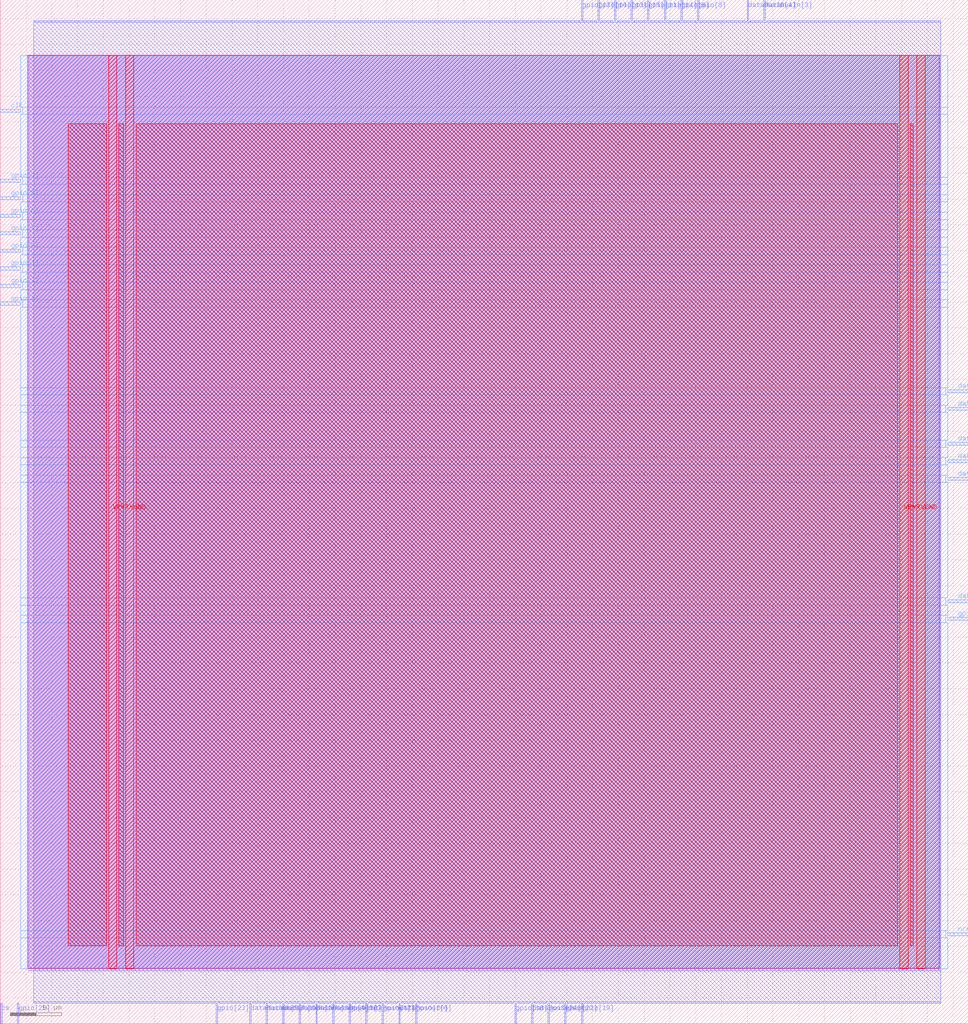
<source format=lef>
VERSION 5.7 ;
  NOWIREEXTENSIONATPIN ON ;
  DIVIDERCHAR "/" ;
  BUSBITCHARS "[]" ;
MACRO outel8227
  CLASS BLOCK ;
  FOREIGN outel8227 ;
  ORIGIN 0.000 0.000 ;
  SIZE 187.910 BY 198.630 ;
  PIN VGND
    DIRECTION INOUT ;
    USE GROUND ;
    PORT
      LAYER met4 ;
        RECT 24.340 10.640 25.940 187.920 ;
    END
    PORT
      LAYER met4 ;
        RECT 177.940 10.640 179.540 187.920 ;
    END
  END VGND
  PIN VPWR
    DIRECTION INOUT ;
    USE POWER ;
    PORT
      LAYER met4 ;
        RECT 21.040 10.640 22.640 187.920 ;
    END
    PORT
      LAYER met4 ;
        RECT 174.640 10.640 176.240 187.920 ;
    END
  END VPWR
  PIN clk
    DIRECTION INPUT ;
    USE SIGNAL ;
    ANTENNAGATEAREA 0.852000 ;
    PORT
      LAYER met3 ;
        RECT 0.000 176.840 4.000 177.440 ;
    END
  END clk
  PIN cs
    DIRECTION INPUT ;
    USE SIGNAL ;
    PORT
      LAYER met2 ;
        RECT 0.090 0.000 0.370 4.000 ;
    END
  END cs
  PIN dataBusIn[0]
    DIRECTION INPUT ;
    USE SIGNAL ;
    ANTENNAGATEAREA 0.159000 ;
    PORT
      LAYER met3 ;
        RECT 183.910 105.440 187.910 106.040 ;
    END
  END dataBusIn[0]
  PIN dataBusIn[1]
    DIRECTION INPUT ;
    USE SIGNAL ;
    ANTENNAGATEAREA 0.247500 ;
    PORT
      LAYER met3 ;
        RECT 183.910 108.840 187.910 109.440 ;
    END
  END dataBusIn[1]
  PIN dataBusIn[2]
    DIRECTION INPUT ;
    USE SIGNAL ;
    ANTENNAGATEAREA 0.159000 ;
    PORT
      LAYER met3 ;
        RECT 183.910 112.240 187.910 112.840 ;
    END
  END dataBusIn[2]
  PIN dataBusIn[3]
    DIRECTION INPUT ;
    USE SIGNAL ;
    ANTENNAGATEAREA 0.213000 ;
    PORT
      LAYER met2 ;
        RECT 148.210 194.630 148.490 198.630 ;
    END
  END dataBusIn[3]
  PIN dataBusIn[4]
    DIRECTION INPUT ;
    USE SIGNAL ;
    ANTENNAGATEAREA 0.196500 ;
    PORT
      LAYER met2 ;
        RECT 144.990 194.630 145.270 198.630 ;
    END
  END dataBusIn[4]
  PIN dataBusIn[5]
    DIRECTION INPUT ;
    USE SIGNAL ;
    ANTENNAGATEAREA 0.126000 ;
    ANTENNADIFFAREA 0.434700 ;
    PORT
      LAYER met3 ;
        RECT 183.910 81.640 187.910 82.240 ;
    END
  END dataBusIn[5]
  PIN dataBusIn[6]
    DIRECTION INPUT ;
    USE SIGNAL ;
    ANTENNAGATEAREA 0.213000 ;
    PORT
      LAYER met3 ;
        RECT 183.910 122.440 187.910 123.040 ;
    END
  END dataBusIn[6]
  PIN dataBusIn[7]
    DIRECTION INPUT ;
    USE SIGNAL ;
    ANTENNAGATEAREA 0.196500 ;
    PORT
      LAYER met3 ;
        RECT 183.910 119.040 187.910 119.640 ;
    END
  END dataBusIn[7]
  PIN dataBusOut[0]
    DIRECTION OUTPUT ;
    USE SIGNAL ;
    ANTENNADIFFAREA 0.445500 ;
    PORT
      LAYER met2 ;
        RECT 77.370 0.000 77.650 4.000 ;
    END
  END dataBusOut[0]
  PIN dataBusOut[1]
    DIRECTION OUTPUT ;
    USE SIGNAL ;
    ANTENNADIFFAREA 0.445500 ;
    PORT
      LAYER met2 ;
        RECT 70.930 0.000 71.210 4.000 ;
    END
  END dataBusOut[1]
  PIN dataBusOut[2]
    DIRECTION OUTPUT ;
    USE SIGNAL ;
    ANTENNADIFFAREA 0.445500 ;
    PORT
      LAYER met2 ;
        RECT 54.830 0.000 55.110 4.000 ;
    END
  END dataBusOut[2]
  PIN dataBusOut[3]
    DIRECTION OUTPUT ;
    USE SIGNAL ;
    ANTENNADIFFAREA 0.445500 ;
    PORT
      LAYER met2 ;
        RECT 58.050 0.000 58.330 4.000 ;
    END
  END dataBusOut[3]
  PIN dataBusOut[4]
    DIRECTION OUTPUT ;
    USE SIGNAL ;
    ANTENNADIFFAREA 0.445500 ;
    PORT
      LAYER met2 ;
        RECT 61.270 0.000 61.550 4.000 ;
    END
  END dataBusOut[4]
  PIN dataBusOut[5]
    DIRECTION OUTPUT ;
    USE SIGNAL ;
    ANTENNADIFFAREA 0.445500 ;
    PORT
      LAYER met2 ;
        RECT 48.390 0.000 48.670 4.000 ;
    END
  END dataBusOut[5]
  PIN dataBusOut[6]
    DIRECTION OUTPUT ;
    USE SIGNAL ;
    ANTENNADIFFAREA 0.445500 ;
    PORT
      LAYER met2 ;
        RECT 51.610 0.000 51.890 4.000 ;
    END
  END dataBusOut[6]
  PIN dataBusOut[7]
    DIRECTION OUTPUT ;
    USE SIGNAL ;
    ANTENNADIFFAREA 0.445500 ;
    PORT
      LAYER met2 ;
        RECT 64.490 0.000 64.770 4.000 ;
    END
  END dataBusOut[7]
  PIN dataBusSelect
    DIRECTION OUTPUT ;
    USE SIGNAL ;
    ANTENNADIFFAREA 0.445500 ;
    PORT
      LAYER met2 ;
        RECT 103.130 0.000 103.410 4.000 ;
    END
  END dataBusSelect
  PIN gpio[0]
    DIRECTION INOUT ;
    USE SIGNAL ;
    ANTENNAGATEAREA 0.126000 ;
    ANTENNADIFFAREA 0.891000 ;
    PORT
      LAYER met3 ;
        RECT 0.000 149.640 4.000 150.240 ;
    END
  END gpio[0]
  PIN gpio[10]
    DIRECTION INOUT ;
    USE SIGNAL ;
    ANTENNAGATEAREA 0.126000 ;
    ANTENNADIFFAREA 0.891000 ;
    PORT
      LAYER met2 ;
        RECT 116.010 194.630 116.290 198.630 ;
    END
  END gpio[10]
  PIN gpio[11]
    DIRECTION INOUT ;
    USE SIGNAL ;
    ANTENNAGATEAREA 0.126000 ;
    ANTENNADIFFAREA 0.891000 ;
    PORT
      LAYER met2 ;
        RECT 125.670 194.630 125.950 198.630 ;
    END
  END gpio[11]
  PIN gpio[12]
    DIRECTION INOUT ;
    USE SIGNAL ;
    ANTENNAGATEAREA 0.126000 ;
    ANTENNADIFFAREA 0.891000 ;
    PORT
      LAYER met2 ;
        RECT 112.790 194.630 113.070 198.630 ;
    END
  END gpio[12]
  PIN gpio[13]
    DIRECTION INOUT ;
    USE SIGNAL ;
    ANTENNAGATEAREA 0.126000 ;
    ANTENNADIFFAREA 0.891000 ;
    PORT
      LAYER met2 ;
        RECT 119.230 194.630 119.510 198.630 ;
    END
  END gpio[13]
  PIN gpio[14]
    DIRECTION INOUT ;
    USE SIGNAL ;
    ANTENNAGATEAREA 0.126000 ;
    ANTENNADIFFAREA 0.891000 ;
    PORT
      LAYER met2 ;
        RECT 128.890 194.630 129.170 198.630 ;
    END
  END gpio[14]
  PIN gpio[15]
    DIRECTION INOUT ;
    USE SIGNAL ;
    ANTENNAGATEAREA 0.126000 ;
    ANTENNADIFFAREA 0.891000 ;
    PORT
      LAYER met2 ;
        RECT 122.450 194.630 122.730 198.630 ;
    END
  END gpio[15]
  PIN gpio[16]
    DIRECTION INOUT ;
    USE SIGNAL ;
    ANTENNAGATEAREA 0.495000 ;
    PORT
      LAYER met2 ;
        RECT 67.710 0.000 67.990 4.000 ;
    END
  END gpio[16]
  PIN gpio[17]
    DIRECTION INOUT ;
    USE SIGNAL ;
    ANTENNAGATEAREA 0.495000 ;
    PORT
      LAYER met2 ;
        RECT 74.150 0.000 74.430 4.000 ;
    END
  END gpio[17]
  PIN gpio[18]
    DIRECTION INOUT ;
    USE SIGNAL ;
    ANTENNAGATEAREA 0.247500 ;
    PORT
      LAYER met2 ;
        RECT 99.910 0.000 100.190 4.000 ;
    END
  END gpio[18]
  PIN gpio[19]
    DIRECTION INOUT ;
    USE SIGNAL ;
    ANTENNAGATEAREA 1.237500 ;
    PORT
      LAYER met2 ;
        RECT 112.790 0.000 113.070 4.000 ;
    END
  END gpio[19]
  PIN gpio[1]
    DIRECTION INOUT ;
    USE SIGNAL ;
    ANTENNAGATEAREA 0.126000 ;
    ANTENNADIFFAREA 0.891000 ;
    PORT
      LAYER met3 ;
        RECT 0.000 146.240 4.000 146.840 ;
    END
  END gpio[1]
  PIN gpio[20]
    DIRECTION INOUT ;
    USE SIGNAL ;
    ANTENNAGATEAREA 0.252000 ;
    PORT
      LAYER met2 ;
        RECT 80.590 0.000 80.870 4.000 ;
    END
  END gpio[20]
  PIN gpio[21]
    DIRECTION INOUT ;
    USE SIGNAL ;
    ANTENNAGATEAREA 1.246500 ;
    ANTENNADIFFAREA 0.924000 ;
    PORT
      LAYER met3 ;
        RECT 183.910 78.240 187.910 78.840 ;
    END
  END gpio[21]
  PIN gpio[22]
    DIRECTION INOUT ;
    USE SIGNAL ;
    ANTENNADIFFAREA 1.431000 ;
    PORT
      LAYER met2 ;
        RECT 109.570 0.000 109.850 4.000 ;
    END
  END gpio[22]
  PIN gpio[23]
    DIRECTION INOUT ;
    USE SIGNAL ;
    ANTENNADIFFAREA 0.445500 ;
    PORT
      LAYER met2 ;
        RECT 41.950 0.000 42.230 4.000 ;
    END
  END gpio[23]
  PIN gpio[24]
    DIRECTION INOUT ;
    USE SIGNAL ;
    ANTENNADIFFAREA 0.643500 ;
    PORT
      LAYER met2 ;
        RECT 106.350 0.000 106.630 4.000 ;
    END
  END gpio[24]
  PIN gpio[25]
    DIRECTION INOUT ;
    USE SIGNAL ;
    PORT
      LAYER met2 ;
        RECT 3.310 0.000 3.590 4.000 ;
    END
  END gpio[25]
  PIN gpio[2]
    DIRECTION INOUT ;
    USE SIGNAL ;
    ANTENNAGATEAREA 0.247500 ;
    ANTENNADIFFAREA 0.891000 ;
    PORT
      LAYER met3 ;
        RECT 0.000 139.440 4.000 140.040 ;
    END
  END gpio[2]
  PIN gpio[3]
    DIRECTION INOUT ;
    USE SIGNAL ;
    ANTENNAGATEAREA 0.247500 ;
    ANTENNADIFFAREA 0.891000 ;
    PORT
      LAYER met3 ;
        RECT 0.000 142.840 4.000 143.440 ;
    END
  END gpio[3]
  PIN gpio[4]
    DIRECTION INOUT ;
    USE SIGNAL ;
    ANTENNAGATEAREA 0.247500 ;
    ANTENNADIFFAREA 0.891000 ;
    PORT
      LAYER met3 ;
        RECT 0.000 153.040 4.000 153.640 ;
    END
  END gpio[4]
  PIN gpio[5]
    DIRECTION INOUT ;
    USE SIGNAL ;
    ANTENNAGATEAREA 0.247500 ;
    ANTENNADIFFAREA 0.891000 ;
    PORT
      LAYER met3 ;
        RECT 0.000 159.840 4.000 160.440 ;
    END
  END gpio[5]
  PIN gpio[6]
    DIRECTION INOUT ;
    USE SIGNAL ;
    ANTENNAGATEAREA 0.247500 ;
    ANTENNADIFFAREA 0.891000 ;
    PORT
      LAYER met3 ;
        RECT 0.000 156.440 4.000 157.040 ;
    END
  END gpio[6]
  PIN gpio[7]
    DIRECTION INOUT ;
    USE SIGNAL ;
    ANTENNAGATEAREA 0.247500 ;
    ANTENNADIFFAREA 0.891000 ;
    PORT
      LAYER met3 ;
        RECT 0.000 163.240 4.000 163.840 ;
    END
  END gpio[7]
  PIN gpio[8]
    DIRECTION INOUT ;
    USE SIGNAL ;
    ANTENNAGATEAREA 0.126000 ;
    ANTENNADIFFAREA 0.891000 ;
    PORT
      LAYER met2 ;
        RECT 135.330 194.630 135.610 198.630 ;
    END
  END gpio[8]
  PIN gpio[9]
    DIRECTION INOUT ;
    USE SIGNAL ;
    ANTENNAGATEAREA 0.126000 ;
    ANTENNADIFFAREA 0.891000 ;
    PORT
      LAYER met2 ;
        RECT 132.110 194.630 132.390 198.630 ;
    END
  END gpio[9]
  PIN nrst
    DIRECTION INPUT ;
    USE SIGNAL ;
    ANTENNAGATEAREA 0.196500 ;
    PORT
      LAYER met3 ;
        RECT 183.910 17.040 187.910 17.640 ;
    END
  END nrst
  OBS
      LAYER nwell ;
        RECT 5.330 10.795 182.350 187.870 ;
      LAYER li1 ;
        RECT 5.520 10.795 182.160 187.765 ;
      LAYER met1 ;
        RECT 5.520 10.240 182.550 187.920 ;
      LAYER met2 ;
        RECT 6.530 194.350 112.510 194.630 ;
        RECT 113.350 194.350 115.730 194.630 ;
        RECT 116.570 194.350 118.950 194.630 ;
        RECT 119.790 194.350 122.170 194.630 ;
        RECT 123.010 194.350 125.390 194.630 ;
        RECT 126.230 194.350 128.610 194.630 ;
        RECT 129.450 194.350 131.830 194.630 ;
        RECT 132.670 194.350 135.050 194.630 ;
        RECT 135.890 194.350 144.710 194.630 ;
        RECT 145.550 194.350 147.930 194.630 ;
        RECT 148.770 194.350 182.530 194.630 ;
        RECT 6.530 4.280 182.530 194.350 ;
        RECT 6.530 4.000 41.670 4.280 ;
        RECT 42.510 4.000 48.110 4.280 ;
        RECT 48.950 4.000 51.330 4.280 ;
        RECT 52.170 4.000 54.550 4.280 ;
        RECT 55.390 4.000 57.770 4.280 ;
        RECT 58.610 4.000 60.990 4.280 ;
        RECT 61.830 4.000 64.210 4.280 ;
        RECT 65.050 4.000 67.430 4.280 ;
        RECT 68.270 4.000 70.650 4.280 ;
        RECT 71.490 4.000 73.870 4.280 ;
        RECT 74.710 4.000 77.090 4.280 ;
        RECT 77.930 4.000 80.310 4.280 ;
        RECT 81.150 4.000 99.630 4.280 ;
        RECT 100.470 4.000 102.850 4.280 ;
        RECT 103.690 4.000 106.070 4.280 ;
        RECT 106.910 4.000 109.290 4.280 ;
        RECT 110.130 4.000 112.510 4.280 ;
        RECT 113.350 4.000 182.530 4.280 ;
      LAYER met3 ;
        RECT 4.000 177.840 183.910 187.845 ;
        RECT 4.400 176.440 183.910 177.840 ;
        RECT 4.000 164.240 183.910 176.440 ;
        RECT 4.400 162.840 183.910 164.240 ;
        RECT 4.000 160.840 183.910 162.840 ;
        RECT 4.400 159.440 183.910 160.840 ;
        RECT 4.000 157.440 183.910 159.440 ;
        RECT 4.400 156.040 183.910 157.440 ;
        RECT 4.000 154.040 183.910 156.040 ;
        RECT 4.400 152.640 183.910 154.040 ;
        RECT 4.000 150.640 183.910 152.640 ;
        RECT 4.400 149.240 183.910 150.640 ;
        RECT 4.000 147.240 183.910 149.240 ;
        RECT 4.400 145.840 183.910 147.240 ;
        RECT 4.000 143.840 183.910 145.840 ;
        RECT 4.400 142.440 183.910 143.840 ;
        RECT 4.000 140.440 183.910 142.440 ;
        RECT 4.400 139.040 183.910 140.440 ;
        RECT 4.000 123.440 183.910 139.040 ;
        RECT 4.000 122.040 183.510 123.440 ;
        RECT 4.000 120.040 183.910 122.040 ;
        RECT 4.000 118.640 183.510 120.040 ;
        RECT 4.000 113.240 183.910 118.640 ;
        RECT 4.000 111.840 183.510 113.240 ;
        RECT 4.000 109.840 183.910 111.840 ;
        RECT 4.000 108.440 183.510 109.840 ;
        RECT 4.000 106.440 183.910 108.440 ;
        RECT 4.000 105.040 183.510 106.440 ;
        RECT 4.000 82.640 183.910 105.040 ;
        RECT 4.000 81.240 183.510 82.640 ;
        RECT 4.000 79.240 183.910 81.240 ;
        RECT 4.000 77.840 183.510 79.240 ;
        RECT 4.000 18.040 183.910 77.840 ;
        RECT 4.000 16.640 183.510 18.040 ;
        RECT 4.000 10.715 183.910 16.640 ;
      LAYER met4 ;
        RECT 13.175 15.135 20.640 174.585 ;
        RECT 23.040 15.135 23.940 174.585 ;
        RECT 26.340 15.135 174.240 174.585 ;
        RECT 176.640 15.135 177.265 174.585 ;
  END
END outel8227
END LIBRARY


</source>
